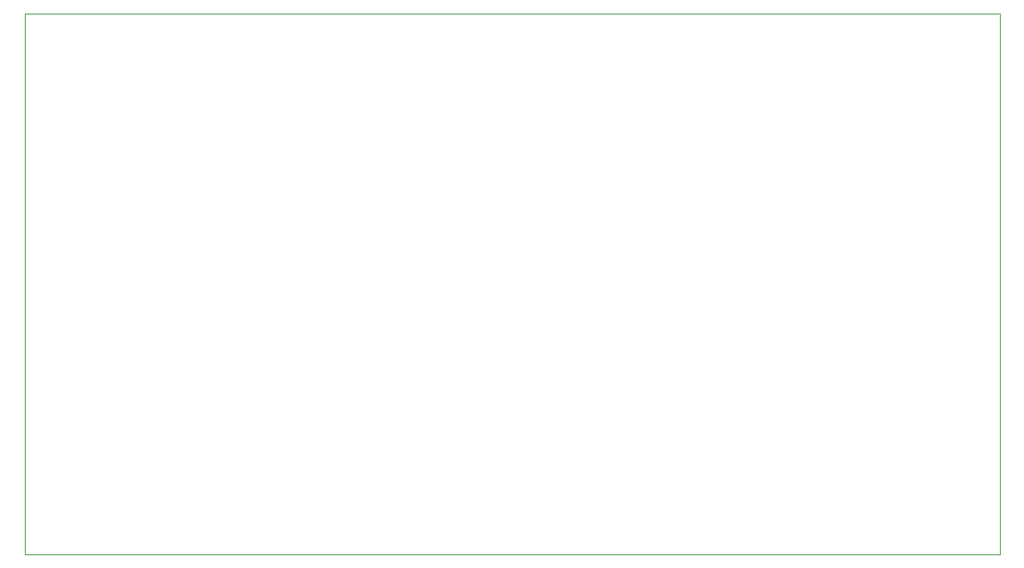
<source format=gbr>
G04 #@! TF.GenerationSoftware,KiCad,Pcbnew,(5.1.5)-3*
G04 #@! TF.CreationDate,2020-02-18T19:29:17+02:00*
G04 #@! TF.ProjectId,floraable,666c6f72-6161-4626-9c65-2e6b69636164,rev?*
G04 #@! TF.SameCoordinates,Original*
G04 #@! TF.FileFunction,Profile,NP*
%FSLAX46Y46*%
G04 Gerber Fmt 4.6, Leading zero omitted, Abs format (unit mm)*
G04 Created by KiCad (PCBNEW (5.1.5)-3) date 2020-02-18 19:29:17*
%MOMM*%
%LPD*%
G04 APERTURE LIST*
%ADD10C,0.050000*%
G04 APERTURE END LIST*
D10*
X208280000Y-64770000D02*
X105410000Y-64770000D01*
X208280000Y-121920000D02*
X208280000Y-64770000D01*
X105410000Y-121920000D02*
X208280000Y-121920000D01*
X105410000Y-64770000D02*
X105410000Y-121920000D01*
M02*

</source>
